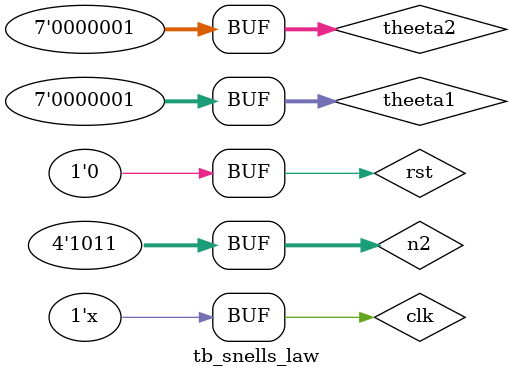
<source format=v>
`timescale 1ns / 1ps


module tb_snells_law;

	// Inputs
	reg [3:0] n2;
	reg [6:0]theeta1;
	reg [6:0]theeta2;
	reg clk;
	reg rst;

	// Outputs
	wire [3:0] n1;

	// Instantiate the Unit Under Test (UUT)
	snell_law uut (
		.n2(n2), 
		.theeta1(theeta1), 
		.theeta2(theeta2), 
		.clk(clk), 
		.rst(rst), 
		.n1(n1)
	);
always
#5 clk = ~clk;
	initial begin
		// Initialize Inputs
		n2 = 0;
		theeta1 = 0;
		theeta2 = 0;
		clk = 0;
		rst = 1;

		// Wait 100 ns for global reset to finish
		
		#100;
      rst = 0;
		n2 = 4'd11;
		theeta1 = 7'd1;
		theeta2 = 7'd1;
		
	
		  
		// Add stimulus here

	end
      
endmodule


</source>
